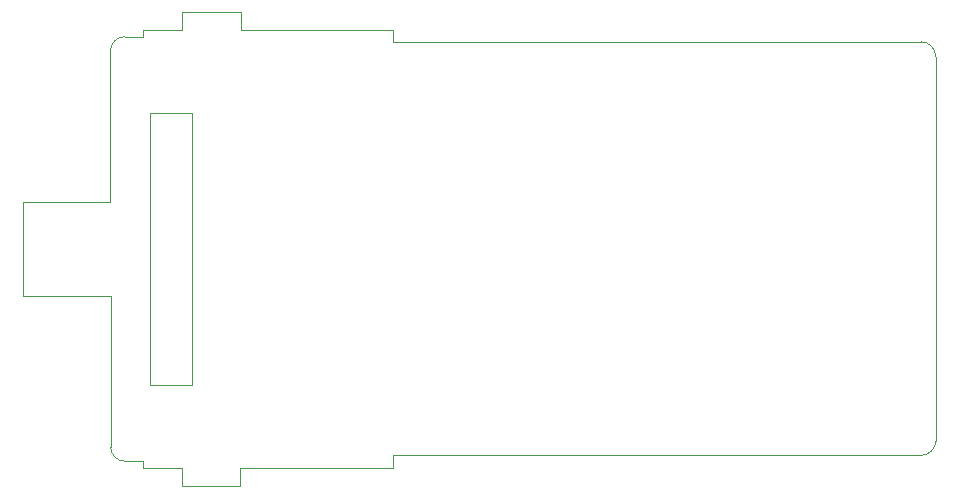
<source format=gbr>
%TF.GenerationSoftware,KiCad,Pcbnew,(6.0.11)*%
%TF.CreationDate,2023-08-07T18:16:36+02:00*%
%TF.ProjectId,CartHeaderBase,43617274-4865-4616-9465-72426173652e,rev?*%
%TF.SameCoordinates,Original*%
%TF.FileFunction,Profile,NP*%
%FSLAX46Y46*%
G04 Gerber Fmt 4.6, Leading zero omitted, Abs format (unit mm)*
G04 Created by KiCad (PCBNEW (6.0.11)) date 2023-08-07 18:16:36*
%MOMM*%
%LPD*%
G01*
G04 APERTURE LIST*
%TA.AperFunction,Profile*%
%ADD10C,0.050000*%
%TD*%
G04 APERTURE END LIST*
D10*
X193139230Y-91823534D02*
X193144330Y-124353335D01*
X193139197Y-91804181D02*
G75*
G03*
X191909869Y-90576400I-1230297J-2519D01*
G01*
X124483144Y-90133963D02*
G75*
G03*
X123258845Y-91362341I7556J-1231837D01*
G01*
X123291540Y-124906564D02*
G75*
G03*
X124489524Y-126082778I1198860J22864D01*
G01*
X123291600Y-112115600D02*
X123291600Y-124906563D01*
X147177760Y-125586793D02*
X191920029Y-125586793D01*
X124483144Y-90133963D02*
X125984000Y-90133963D01*
X147167600Y-126695200D02*
X147167600Y-125586793D01*
X191920029Y-125586788D02*
G75*
G03*
X193144330Y-124353335I-10229J1234488D01*
G01*
X126644400Y-96621600D02*
X130149600Y-96621600D01*
X130149600Y-96621600D02*
X130149600Y-119634000D01*
X130149600Y-119634000D02*
X126644400Y-119634000D01*
X126644400Y-119634000D02*
X126644400Y-96621600D01*
X125984000Y-89560400D02*
X129336800Y-89560400D01*
X125984000Y-90133963D02*
X125984000Y-89560400D01*
X147167600Y-90576400D02*
X191909869Y-90576400D01*
X129286000Y-126644400D02*
X129286000Y-128168400D01*
X134264400Y-128168400D02*
X134264400Y-126695200D01*
X129336800Y-88036400D02*
X134315200Y-88036400D01*
X115874800Y-104140000D02*
X115874800Y-112115600D01*
X134315200Y-88036400D02*
X134315200Y-89579995D01*
X134315200Y-89579995D02*
X147167600Y-89579995D01*
X125984000Y-126644400D02*
X129286000Y-126644400D01*
X124489524Y-126082778D02*
X125984000Y-126082778D01*
X129336800Y-89560400D02*
X129336800Y-88036400D01*
X134264400Y-126695200D02*
X147167600Y-126695200D01*
X147167600Y-89579995D02*
X147167600Y-90576400D01*
X115874800Y-112115600D02*
X123291600Y-112115600D01*
X123240800Y-104140000D02*
X115874800Y-104140000D01*
X125984000Y-126082778D02*
X125984000Y-126644400D01*
X123258845Y-91362341D02*
X123258845Y-104140000D01*
X129286000Y-128168400D02*
X134264400Y-128168400D01*
M02*

</source>
